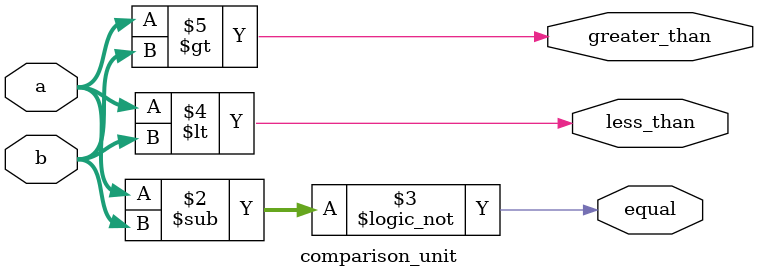
<source format=sv>
module comparison_unit #(parameter N=32)(
	input logic signed[N-1:0] a,
	input logic signed[N-1:0] b,
	output logic equal,
    output logic less_than,
    output logic greater_than
);

	always_comb begin
		  equal <= (a - b == 0);
        less_than <= (a < b);
        greater_than <= (a > b);
	end
	
endmodule
</source>
